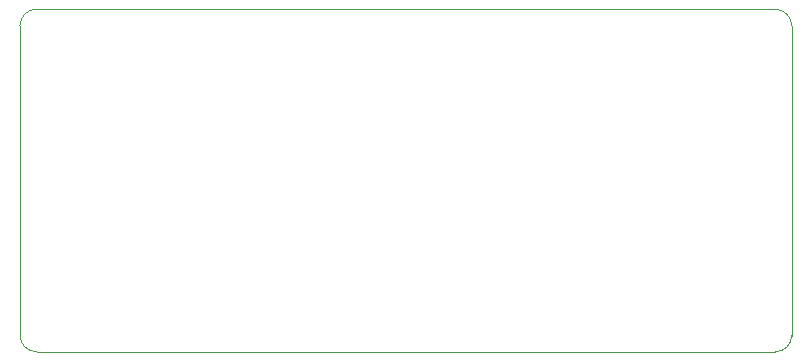
<source format=gm1>
%TF.GenerationSoftware,KiCad,Pcbnew,6.0.7-f9a2dced07~116~ubuntu20.04.1*%
%TF.CreationDate,2022-11-29T22:38:20-05:00*%
%TF.ProjectId,Final_project_no_connector,46696e61-6c5f-4707-926f-6a6563745f6e,rev?*%
%TF.SameCoordinates,Original*%
%TF.FileFunction,Profile,NP*%
%FSLAX46Y46*%
G04 Gerber Fmt 4.6, Leading zero omitted, Abs format (unit mm)*
G04 Created by KiCad (PCBNEW 6.0.7-f9a2dced07~116~ubuntu20.04.1) date 2022-11-29 22:38:20*
%MOMM*%
%LPD*%
G01*
G04 APERTURE LIST*
%TA.AperFunction,Profile*%
%ADD10C,0.100000*%
%TD*%
G04 APERTURE END LIST*
D10*
X90474800Y-90276844D02*
G75*
G03*
X91897200Y-91694000I1419800J2644D01*
G01*
X91897200Y-62687200D02*
X154432000Y-62687200D01*
X90474800Y-90276844D02*
X90474800Y-64068162D01*
X155829000Y-64135000D02*
G75*
G03*
X154432000Y-62687200I-1422400J25400D01*
G01*
X154432000Y-91694000D02*
G75*
G03*
X155829000Y-90318299I10700J1386300D01*
G01*
X91897200Y-62687200D02*
G75*
G03*
X90474800Y-64068162I-20700J-1401700D01*
G01*
X154432000Y-91694000D02*
X91897200Y-91694000D01*
X155829000Y-64135000D02*
X155829000Y-90318299D01*
M02*

</source>
